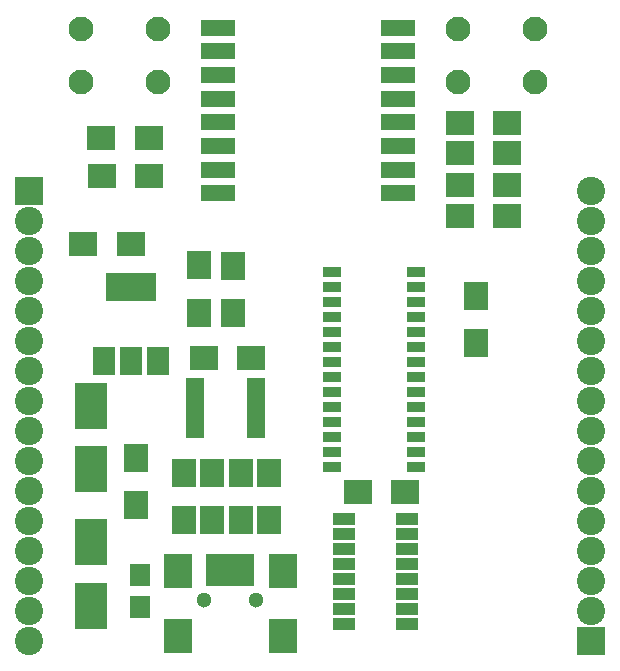
<source format=gts>
G04 #@! TF.GenerationSoftware,KiCad,Pcbnew,(5.0.0)*
G04 #@! TF.CreationDate,2018-10-02T15:53:08+08:00*
G04 #@! TF.ProjectId,Clouduino Stratus v1.0,436C6F756475696E6F20537472617475,rev?*
G04 #@! TF.SameCoordinates,Original*
G04 #@! TF.FileFunction,Soldermask,Top*
G04 #@! TF.FilePolarity,Negative*
%FSLAX46Y46*%
G04 Gerber Fmt 4.6, Leading zero omitted, Abs format (unit mm)*
G04 Created by KiCad (PCBNEW (5.0.0)) date 10/02/18 15:53:08*
%MOMM*%
%LPD*%
G01*
G04 APERTURE LIST*
%ADD10R,2.900000X1.400000*%
%ADD11R,1.900000X1.000000*%
%ADD12R,2.000000X2.400000*%
%ADD13R,2.400000X2.000000*%
%ADD14R,2.700000X3.900000*%
%ADD15R,2.100000X2.400000*%
%ADD16C,1.300000*%
%ADD17R,2.400000X2.900000*%
%ADD18R,0.900000X2.700000*%
%ADD19R,1.700000X1.900000*%
%ADD20R,2.400000X2.100000*%
%ADD21C,2.100000*%
%ADD22R,1.543000X0.908000*%
%ADD23R,4.200000X2.400000*%
%ADD24R,1.900000X2.400000*%
%ADD25R,1.600000X0.800000*%
%ADD26C,2.400000*%
%ADD27R,2.400000X2.400000*%
G04 APERTURE END LIST*
D10*
G04 #@! TO.C,U3*
X138305651Y-47787661D03*
X138305651Y-49787661D03*
X138305651Y-51787661D03*
X138305651Y-53787661D03*
X138305651Y-55787661D03*
X138305651Y-57787661D03*
X138305651Y-59787661D03*
X138305651Y-61787661D03*
X123105651Y-61787661D03*
X123105651Y-59787661D03*
X123105651Y-57787661D03*
X123105651Y-55787661D03*
X123105651Y-53787661D03*
X123105651Y-51787661D03*
X123105651Y-49787661D03*
X123105651Y-47787661D03*
G04 #@! TD*
D11*
G04 #@! TO.C,U4*
X133698000Y-98298000D03*
X133698000Y-97028000D03*
X133698000Y-95758000D03*
X133698000Y-94488000D03*
X133698000Y-93218000D03*
X133698000Y-91948000D03*
X133698000Y-90678000D03*
X133698000Y-89408000D03*
X139098000Y-89408000D03*
X139098000Y-90678000D03*
X139098000Y-91948000D03*
X139098000Y-93218000D03*
X139098000Y-94488000D03*
X139098000Y-95758000D03*
X139098000Y-97028000D03*
X139098000Y-98298000D03*
G04 #@! TD*
D12*
G04 #@! TO.C,C1*
X144907000Y-70485000D03*
X144907000Y-74485000D03*
G04 #@! TD*
G04 #@! TO.C,C2*
X116092346Y-88188894D03*
X116092346Y-84188894D03*
G04 #@! TD*
D13*
G04 #@! TO.C,C3*
X113221000Y-60325000D03*
X117221000Y-60325000D03*
G04 #@! TD*
G04 #@! TO.C,C4*
X115679346Y-66122894D03*
X111679346Y-66122894D03*
G04 #@! TD*
D12*
G04 #@! TO.C,C5*
X127395346Y-89458894D03*
X127395346Y-85458894D03*
G04 #@! TD*
G04 #@! TO.C,C6*
X120156346Y-89490894D03*
X120156346Y-85490894D03*
G04 #@! TD*
D13*
G04 #@! TO.C,C7*
X125871346Y-75774894D03*
X121871346Y-75774894D03*
G04 #@! TD*
G04 #@! TO.C,C8*
X138906000Y-87122000D03*
X134906000Y-87122000D03*
G04 #@! TD*
D14*
G04 #@! TO.C,D1*
X112282346Y-96762894D03*
X112282346Y-91362894D03*
G04 #@! TD*
G04 #@! TO.C,D2*
X112282346Y-79772894D03*
X112282346Y-85172894D03*
G04 #@! TD*
D15*
G04 #@! TO.C,POWER*
X124347346Y-71932894D03*
X124347346Y-67932894D03*
G04 #@! TD*
D16*
G04 #@! TO.C,J1*
X126293346Y-96275894D03*
X121893346Y-96275894D03*
D17*
X128543346Y-99275894D03*
X128543346Y-93775894D03*
X119643346Y-99275894D03*
X119643346Y-93775894D03*
D18*
X125693346Y-93675894D03*
X124893346Y-93675894D03*
X124093346Y-93675894D03*
X123293346Y-93675894D03*
X122493346Y-93675894D03*
G04 #@! TD*
D19*
G04 #@! TO.C,L1*
X116473346Y-94109894D03*
X116473346Y-96809894D03*
G04 #@! TD*
D15*
G04 #@! TO.C,R1*
X121426346Y-71900894D03*
X121426346Y-67900894D03*
G04 #@! TD*
D20*
G04 #@! TO.C,R2*
X113189000Y-57150000D03*
X117189000Y-57150000D03*
G04 #@! TD*
D15*
G04 #@! TO.C,R3*
X124982346Y-89458894D03*
X124982346Y-85458894D03*
G04 #@! TD*
G04 #@! TO.C,R4*
X122569346Y-85458894D03*
X122569346Y-89458894D03*
G04 #@! TD*
D20*
G04 #@! TO.C,R5*
X147564651Y-55859661D03*
X143564651Y-55859661D03*
G04 #@! TD*
G04 #@! TO.C,R6*
X147564651Y-61066661D03*
X143564651Y-61066661D03*
G04 #@! TD*
G04 #@! TO.C,R7*
X147564651Y-63733661D03*
X143564651Y-63733661D03*
G04 #@! TD*
D21*
G04 #@! TO.C,Reset*
X118005651Y-52358661D03*
X111505651Y-52358661D03*
X118005651Y-47858661D03*
X111505651Y-47858661D03*
G04 #@! TD*
G04 #@! TO.C,Boot*
X143405651Y-47858661D03*
X149905651Y-47858661D03*
X143405651Y-52358661D03*
X149905651Y-52358661D03*
G04 #@! TD*
D22*
G04 #@! TO.C,U1*
X132715000Y-84963000D03*
X132715000Y-83693000D03*
X132715000Y-82423000D03*
X132715000Y-81153000D03*
X132715000Y-79883000D03*
X132715000Y-78613000D03*
X132715000Y-77343000D03*
X132715000Y-76073000D03*
X132715000Y-74803000D03*
X132715000Y-73533000D03*
X132715000Y-72263000D03*
X132715000Y-70993000D03*
X132715000Y-69723000D03*
X132715000Y-68453000D03*
X139827000Y-68453000D03*
X139827000Y-69723000D03*
X139827000Y-70993000D03*
X139827000Y-72263000D03*
X139827000Y-73533000D03*
X139827000Y-74803000D03*
X139827000Y-76073000D03*
X139827000Y-77343000D03*
X139827000Y-78613000D03*
X139827000Y-79883000D03*
X139827000Y-81153000D03*
X139827000Y-82423000D03*
X139827000Y-83693000D03*
X139827000Y-84963000D03*
G04 #@! TD*
D23*
G04 #@! TO.C,U2*
X115711346Y-69703894D03*
D24*
X115711346Y-76003894D03*
X118011346Y-76003894D03*
X113411346Y-76003894D03*
G04 #@! TD*
D25*
G04 #@! TO.C,U5*
X121112346Y-82188394D03*
X121112346Y-81553394D03*
X121112346Y-80918394D03*
X121112346Y-80283394D03*
X121112346Y-79648394D03*
X121112346Y-79013394D03*
X121112346Y-78378394D03*
X121112346Y-77743394D03*
X126312346Y-77743394D03*
X126312346Y-78378394D03*
X126312346Y-79013394D03*
X126312346Y-79648394D03*
X126312346Y-80283394D03*
X126312346Y-80918394D03*
X126312346Y-81553394D03*
X126312346Y-82188394D03*
G04 #@! TD*
D20*
G04 #@! TO.C,R8*
X143564651Y-58399661D03*
X147564651Y-58399661D03*
G04 #@! TD*
D26*
G04 #@! TO.C,J2*
X107061000Y-99695000D03*
X107061000Y-97155000D03*
X107061000Y-94615000D03*
X107061000Y-92075000D03*
X107061000Y-89535000D03*
X107061000Y-86995000D03*
X107061000Y-84455000D03*
X107061000Y-81915000D03*
X107061000Y-79375000D03*
X107061000Y-76835000D03*
X107061000Y-74295000D03*
X107061000Y-71755000D03*
X107061000Y-69215000D03*
X107061000Y-66675000D03*
X107061000Y-64135000D03*
D27*
X107061000Y-61595000D03*
G04 #@! TD*
G04 #@! TO.C,J3*
X154686000Y-99695000D03*
D26*
X154686000Y-97155000D03*
X154686000Y-94615000D03*
X154686000Y-92075000D03*
X154686000Y-89535000D03*
X154686000Y-86995000D03*
X154686000Y-84455000D03*
X154686000Y-81915000D03*
X154686000Y-79375000D03*
X154686000Y-76835000D03*
X154686000Y-74295000D03*
X154686000Y-71755000D03*
X154686000Y-69215000D03*
X154686000Y-66675000D03*
X154686000Y-64135000D03*
X154686000Y-61595000D03*
G04 #@! TD*
M02*

</source>
